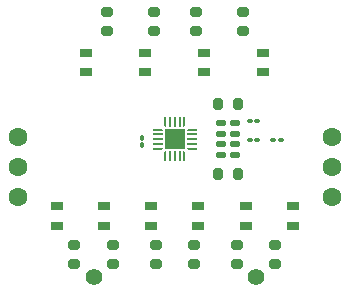
<source format=gbr>
%TF.GenerationSoftware,KiCad,Pcbnew,9.0.2*%
%TF.CreationDate,2025-07-12T02:23:40+02:00*%
%TF.ProjectId,Clock1.2,436c6f63-6b31-42e3-922e-6b696361645f,rev?*%
%TF.SameCoordinates,Original*%
%TF.FileFunction,Soldermask,Top*%
%TF.FilePolarity,Negative*%
%FSLAX46Y46*%
G04 Gerber Fmt 4.6, Leading zero omitted, Abs format (unit mm)*
G04 Created by KiCad (PCBNEW 9.0.2) date 2025-07-12 02:23:40*
%MOMM*%
%LPD*%
G01*
G04 APERTURE LIST*
G04 Aperture macros list*
%AMRoundRect*
0 Rectangle with rounded corners*
0 $1 Rounding radius*
0 $2 $3 $4 $5 $6 $7 $8 $9 X,Y pos of 4 corners*
0 Add a 4 corners polygon primitive as box body*
4,1,4,$2,$3,$4,$5,$6,$7,$8,$9,$2,$3,0*
0 Add four circle primitives for the rounded corners*
1,1,$1+$1,$2,$3*
1,1,$1+$1,$4,$5*
1,1,$1+$1,$6,$7*
1,1,$1+$1,$8,$9*
0 Add four rect primitives between the rounded corners*
20,1,$1+$1,$2,$3,$4,$5,0*
20,1,$1+$1,$4,$5,$6,$7,0*
20,1,$1+$1,$6,$7,$8,$9,0*
20,1,$1+$1,$8,$9,$2,$3,0*%
%AMFreePoly0*
4,1,14,0.334644,0.085355,0.385355,0.034644,0.400000,-0.000711,0.400000,-0.050000,0.385355,-0.085355,0.350000,-0.100000,-0.350000,-0.100000,-0.385355,-0.085355,-0.400000,-0.050000,-0.400000,0.050000,-0.385355,0.085355,-0.350000,0.100000,0.299289,0.100000,0.334644,0.085355,0.334644,0.085355,$1*%
%AMFreePoly1*
4,1,14,0.385355,0.085355,0.400000,0.050000,0.400000,0.000711,0.385355,-0.034644,0.334644,-0.085355,0.299289,-0.100000,-0.350000,-0.100000,-0.385355,-0.085355,-0.400000,-0.050000,-0.400000,0.050000,-0.385355,0.085355,-0.350000,0.100000,0.350000,0.100000,0.385355,0.085355,0.385355,0.085355,$1*%
%AMFreePoly2*
4,1,14,0.085355,0.385355,0.100000,0.350000,0.100000,-0.350000,0.085355,-0.385355,0.050000,-0.400000,-0.050000,-0.400000,-0.085355,-0.385355,-0.100000,-0.350000,-0.100000,0.299289,-0.085355,0.334644,-0.034644,0.385355,0.000711,0.400000,0.050000,0.400000,0.085355,0.385355,0.085355,0.385355,$1*%
%AMFreePoly3*
4,1,14,0.034644,0.385355,0.085355,0.334644,0.100000,0.299289,0.100000,-0.350000,0.085355,-0.385355,0.050000,-0.400000,-0.050000,-0.400000,-0.085355,-0.385355,-0.100000,-0.350000,-0.100000,0.350000,-0.085355,0.385355,-0.050000,0.400000,-0.000711,0.400000,0.034644,0.385355,0.034644,0.385355,$1*%
%AMFreePoly4*
4,1,14,0.385355,0.085355,0.400000,0.050000,0.400000,-0.050000,0.385355,-0.085355,0.350000,-0.100000,-0.299289,-0.100000,-0.334644,-0.085355,-0.385355,-0.034644,-0.400000,0.000711,-0.400000,0.050000,-0.385355,0.085355,-0.350000,0.100000,0.350000,0.100000,0.385355,0.085355,0.385355,0.085355,$1*%
%AMFreePoly5*
4,1,14,0.385355,0.085355,0.400000,0.050000,0.400000,-0.050000,0.385355,-0.085355,0.350000,-0.100000,-0.350000,-0.100000,-0.385355,-0.085355,-0.400000,-0.050000,-0.400000,-0.000711,-0.385355,0.034644,-0.334644,0.085355,-0.299289,0.100000,0.350000,0.100000,0.385355,0.085355,0.385355,0.085355,$1*%
%AMFreePoly6*
4,1,14,0.085355,0.385355,0.100000,0.350000,0.100000,-0.299289,0.085355,-0.334644,0.034644,-0.385355,-0.000711,-0.400000,-0.050000,-0.400000,-0.085355,-0.385355,-0.100000,-0.350000,-0.100000,0.350000,-0.085355,0.385355,-0.050000,0.400000,0.050000,0.400000,0.085355,0.385355,0.085355,0.385355,$1*%
%AMFreePoly7*
4,1,14,0.085355,0.385355,0.100000,0.350000,0.100000,-0.350000,0.085355,-0.385355,0.050000,-0.400000,0.000711,-0.400000,-0.034644,-0.385355,-0.085355,-0.334644,-0.100000,-0.299289,-0.100000,0.350000,-0.085355,0.385355,-0.050000,0.400000,0.050000,0.400000,0.085355,0.385355,0.085355,0.385355,$1*%
G04 Aperture macros list end*
%ADD10RoundRect,0.112500X0.437500X-0.262500X0.437500X0.262500X-0.437500X0.262500X-0.437500X-0.262500X0*%
%ADD11RoundRect,0.200000X-0.275000X0.200000X-0.275000X-0.200000X0.275000X-0.200000X0.275000X0.200000X0*%
%ADD12RoundRect,0.200000X0.200000X0.275000X-0.200000X0.275000X-0.200000X-0.275000X0.200000X-0.275000X0*%
%ADD13RoundRect,0.200000X0.275000X-0.200000X0.275000X0.200000X-0.275000X0.200000X-0.275000X-0.200000X0*%
%ADD14RoundRect,0.112500X-0.437500X0.262500X-0.437500X-0.262500X0.437500X-0.262500X0.437500X0.262500X0*%
%ADD15FreePoly0,0.000000*%
%ADD16RoundRect,0.050000X-0.350000X-0.050000X0.350000X-0.050000X0.350000X0.050000X-0.350000X0.050000X0*%
%ADD17FreePoly1,0.000000*%
%ADD18FreePoly2,0.000000*%
%ADD19RoundRect,0.050000X-0.050000X-0.350000X0.050000X-0.350000X0.050000X0.350000X-0.050000X0.350000X0*%
%ADD20FreePoly3,0.000000*%
%ADD21FreePoly4,0.000000*%
%ADD22FreePoly5,0.000000*%
%ADD23FreePoly6,0.000000*%
%ADD24FreePoly7,0.000000*%
%ADD25R,1.700000X1.700000*%
%ADD26RoundRect,0.100000X-0.130000X-0.100000X0.130000X-0.100000X0.130000X0.100000X-0.130000X0.100000X0*%
%ADD27RoundRect,0.100000X0.100000X-0.130000X0.100000X0.130000X-0.100000X0.130000X-0.100000X-0.130000X0*%
%ADD28RoundRect,0.125000X-0.275000X-0.125000X0.275000X-0.125000X0.275000X0.125000X-0.275000X0.125000X0*%
%ADD29RoundRect,0.100000X0.130000X0.100000X-0.130000X0.100000X-0.130000X-0.100000X0.130000X-0.100000X0*%
%ADD30C,1.600000*%
%ADD31C,1.400000*%
G04 APERTURE END LIST*
D10*
%TO.C,D4*%
X90000000Y-107325000D03*
X90000000Y-105675000D03*
%TD*%
D11*
%TO.C,R7*%
X101625000Y-108925000D03*
X101625000Y-110575000D03*
%TD*%
%TO.C,R5*%
X94750000Y-108925000D03*
X94750000Y-110575000D03*
%TD*%
D12*
%TO.C,R11*%
X105325000Y-97050000D03*
X103675000Y-97050000D03*
%TD*%
D11*
%TO.C,R9*%
X108500000Y-108925000D03*
X108500000Y-110575000D03*
%TD*%
%TO.C,R6*%
X98375000Y-108925000D03*
X98375000Y-110575000D03*
%TD*%
D13*
%TO.C,R3*%
X105750000Y-90850000D03*
X105750000Y-89200000D03*
%TD*%
%TO.C,R1*%
X98250000Y-90850000D03*
X98250000Y-89200000D03*
%TD*%
D14*
%TO.C,D1*%
X97500000Y-92675000D03*
X97500000Y-94325000D03*
%TD*%
D15*
%TO.C,U1*%
X98550000Y-99200000D03*
D16*
X98550000Y-99600000D03*
X98550000Y-100000000D03*
X98550000Y-100400000D03*
D17*
X98550000Y-100800000D03*
D18*
X99200000Y-101450000D03*
D19*
X99600000Y-101450000D03*
X100000000Y-101450000D03*
X100400000Y-101450000D03*
D20*
X100800000Y-101450000D03*
D21*
X101450000Y-100800000D03*
D16*
X101450000Y-100400000D03*
X101450000Y-100000000D03*
X101450000Y-99600000D03*
D22*
X101450000Y-99200000D03*
D23*
X100800000Y-98550000D03*
D19*
X100400000Y-98550000D03*
X100000000Y-98550000D03*
X99600000Y-98550000D03*
D24*
X99200000Y-98550000D03*
D25*
X100000000Y-100000000D03*
%TD*%
D14*
%TO.C,D0*%
X92500000Y-92675000D03*
X92500000Y-94325000D03*
%TD*%
D12*
%TO.C,R12*%
X105325000Y-102950000D03*
X103675000Y-102950000D03*
%TD*%
D10*
%TO.C,D6*%
X98000000Y-107325000D03*
X98000000Y-105675000D03*
%TD*%
D26*
%TO.C,C2*%
X106330000Y-100100000D03*
X106970000Y-100100000D03*
%TD*%
D14*
%TO.C,D2*%
X102500000Y-92675000D03*
X102500000Y-94325000D03*
%TD*%
D10*
%TO.C,D5*%
X94000000Y-107325000D03*
X94000000Y-105675000D03*
%TD*%
D13*
%TO.C,R2*%
X101750000Y-90850000D03*
X101750000Y-89200000D03*
%TD*%
D11*
%TO.C,R4*%
X91500000Y-108925000D03*
X91500000Y-110575000D03*
%TD*%
D27*
%TO.C,C1*%
X97200000Y-100520000D03*
X97200000Y-99880000D03*
%TD*%
D10*
%TO.C,D7*%
X102000000Y-107325000D03*
X102000000Y-105675000D03*
%TD*%
D28*
%TO.C,U2*%
X103900000Y-98650000D03*
X103900000Y-99550000D03*
X103900000Y-100450000D03*
X103900000Y-101350000D03*
X105100000Y-101350000D03*
X105100000Y-100450000D03*
X105100000Y-99550000D03*
X105100000Y-98650000D03*
%TD*%
D26*
%TO.C,R10*%
X106330000Y-98475000D03*
X106970000Y-98475000D03*
%TD*%
D10*
%TO.C,D9*%
X110000000Y-107325000D03*
X110000000Y-105675000D03*
%TD*%
D29*
%TO.C,C3*%
X108970000Y-100100000D03*
X108330000Y-100100000D03*
%TD*%
D14*
%TO.C,D3*%
X107500000Y-92675000D03*
X107500000Y-94325000D03*
%TD*%
D11*
%TO.C,R8*%
X105250000Y-108925000D03*
X105250000Y-110575000D03*
%TD*%
D13*
%TO.C,R0*%
X94250000Y-90850000D03*
X94250000Y-89200000D03*
%TD*%
D10*
%TO.C,D8*%
X106000000Y-107325000D03*
X106000000Y-105675000D03*
%TD*%
D30*
%TO.C,S3*%
X86700000Y-104930000D03*
%TD*%
%TO.C,GND*%
X113300000Y-104930000D03*
%TD*%
%TO.C,UPDI*%
X113300000Y-99850000D03*
%TD*%
%TO.C,S1*%
X86700000Y-99850000D03*
%TD*%
D31*
%TO.C,GS2*%
X106875000Y-111650000D03*
%TD*%
%TO.C,GS1*%
X93125000Y-111650000D03*
%TD*%
D30*
%TO.C,VCC*%
X113300000Y-102390000D03*
%TD*%
%TO.C,S2*%
X86700000Y-102390000D03*
%TD*%
M02*

</source>
